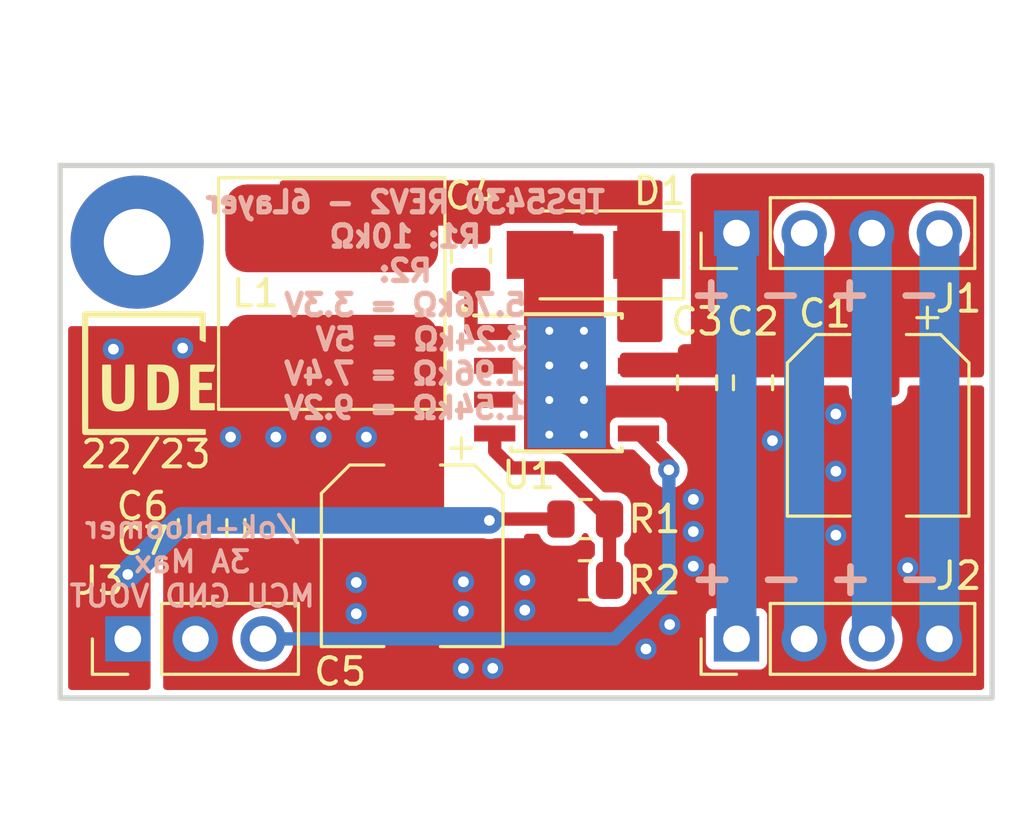
<source format=kicad_pcb>
(kicad_pcb (version 20211014) (generator pcbnew)
  (layers (0 "F.Cu" signal) (1 "In1.Cu" signal) (2 "In2.Cu" signal) (3 "In3.Cu" signal) (4 "In4.Cu" signal) (31 "B.Cu" signal) (34 "B.Paste" user) (35 "F.Paste" user) (36 "B.SilkS" user "B.Silkscreen") (37 "F.SilkS" user "F.Silkscreen") (38 "B.Mask" user) (39 "F.Mask" user) (44 "Edge.Cuts" user))
  (net 0 "")
  (net 1 "/VIN")
  (net 2 "/GND")
  (net 3 "/VOUT")
  (net 6 "/MCU")
  (net 7 "Net-(C4-Pad1)")
  (net 8 "Net-(C4-Pad2)")
  (net 9 "Net-(R1-Pad2)")
  (footprint "Bloomer_Library:PowerInductor-Murata-DEM8045Z-8x8" (layer "F.Cu") (at 91.44 83.215 180)
    (fp_text reference "L1" (at 2.87 0.06 unlocked) (layer "F.SilkS"))
    (fp_text value "15uH")
    (fp_rect (start -4.25 -4.3) (end 4.25 4.4) (layer "F.SilkS") (width 0.12) (fill none))
    (pad "1" smd roundrect (at 0 -2.4 180) (size 8 3.3) (layers "F.Cu" "F.Paste" "F.Mask") (net 3 "/VOUT"))
    (pad "2" smd roundrect (at 0 2.5 180) (size 8 3.3) (layers "F.Cu" "F.Paste" "F.Mask") (net 7 "Net-(C4-Pad1)"))
  )
  (footprint "Bloomer_Library:0805-1206Capacitor" (layer "F.Cu") (at 89.14 91.955 -90)
    (fp_text reference "C6" (at -0.8 4.8 unlocked) (layer "F.SilkS"))
    (fp_text value "100nF")
    (fp_line (start -0.3 -0.86) (end 0.3 -0.86) (layer "F.SilkS") (width 0.12))
    (fp_line (start -0.3 0.96) (end 0.3 0.96) (layer "F.SilkS") (width 0.12))
    (pad "1" smd roundrect (at -1.25 0.05 270) (size 1.7 1.8) (layers "F.Cu" "F.Paste" "F.Mask") (roundrect_rratio 0.1886788235) (net 3 "/VOUT"))
    (pad "2" smd roundrect (at 1.25 0.05 270) (size 1.7 1.8) (layers "F.Cu" "F.Paste" "F.Mask") (roundrect_rratio 0.1886788235) (net 2 "/GND"))
  )
  (footprint "Capacitor_SMD:C_0805_2012Metric" (layer "F.Cu") (at 96.67 81.75 -90)
    (fp_text reference "C4" (at -2.26 0) (layer "F.SilkS"))
    (fp_text value "10nF")
    (fp_line (start -0.261252 0.735) (end 0.261252 0.735) (layer "F.SilkS") (width 0.12))
    (fp_line (start -0.261252 -0.735) (end 0.261252 -0.735) (layer "F.SilkS") (width 0.12))
    (pad "1" smd roundrect (at -0.95 0 270) (size 1 1.45) (layers "F.Cu" "F.Paste" "F.Mask") (net 7 "Net-(C4-Pad1)"))
    (pad "2" smd roundrect (at 0.95 0 270) (size 1 1.45) (layers "F.Cu" "F.Paste" "F.Mask") (net 8 "Net-(C4-Pad2)"))
  )
  (footprint "Connector_PinHeader_2.54mm:PinHeader_1x03_P2.54mm_Vertical" (layer "F.Cu") (at 83.78 96.135 90)
    (fp_text reference "J3" (at 2.18 -1.02 180) (layer "F.SilkS"))
    (fp_text value "Conn_01x03_Male")
    (fp_line (start -1.33 1.27) (end 1.33 1.27) (layer "F.SilkS") (width 0.12))
    (fp_line (start -1.33 -1.33) (end 0 -1.33) (layer "F.SilkS") (width 0.12))
    (fp_line (start -1.33 6.41) (end 1.33 6.41) (layer "F.SilkS") (width 0.12))
    (fp_line (start -1.33 0) (end -1.33 -1.33) (layer "F.SilkS") (width 0.12))
    (fp_line (start -1.33 1.27) (end -1.33 6.41) (layer "F.SilkS") (width 0.12))
    (fp_line (start 1.33 1.27) (end 1.33 6.41) (layer "F.SilkS") (width 0.12))
    (pad "1" thru_hole rect (at 0 0 90) (size 1.7 1.7) (drill 1) (layers *.Cu *.Mask) (net 3 "/VOUT"))
    (pad "2" thru_hole oval (at 0 2.54 90) (size 1.7 1.7) (drill 1) (layers *.Cu *.Mask) (net 2 "/GND"))
    (pad "3" thru_hole oval (at 0 5.08 90) (size 1.7 1.7) (drill 1) (layers *.Cu *.Mask) (net 6 "/MCU"))
  )
  (footprint "Connector_PinHeader_2.54mm:PinHeader_1x04_P2.54mm_Vertical" (layer "F.Cu") (at 106.64 96.135 90)
    (fp_text reference "J2" (at 2.37 8.34 180) (layer "F.SilkS"))
    (fp_text value "Conn_01x04_Male")
    (fp_line (start -1.33 0) (end -1.33 -1.33) (layer "F.SilkS") (width 0.12))
    (fp_line (start -1.33 8.95) (end 1.33 8.95) (layer "F.SilkS") (width 0.12))
    (fp_line (start -1.33 -1.33) (end 0 -1.33) (layer "F.SilkS") (width 0.12))
    (fp_line (start 1.33 1.27) (end 1.33 8.95) (layer "F.SilkS") (width 0.12))
    (fp_line (start -1.33 1.27) (end 1.33 1.27) (layer "F.SilkS") (width 0.12))
    (fp_line (start -1.33 1.27) (end -1.33 8.95) (layer "F.SilkS") (width 0.12))
    (pad "1" thru_hole rect (at 0 0 90) (size 1.7 1.7) (drill 1) (layers *.Cu *.Mask) (net 1 "/VIN"))
    (pad "2" thru_hole oval (at 0 2.54 90) (size 1.7 1.7) (drill 1) (layers *.Cu *.Mask) (net 2 "/GND"))
    (pad "3" thru_hole oval (at 0 5.08 90) (size 1.7 1.7) (drill 1) (layers *.Cu *.Mask) (net 1 "/VIN"))
    (pad "4" thru_hole oval (at 0 7.62 90) (size 1.7 1.7) (drill 1) (layers *.Cu *.Mask) (net 2 "/GND"))
  )
  (footprint "MountingHole:MountingHole_2.5mm_Pad" (layer "F.Cu") (at 84.13 81.235)
    (fp_text reference "H1" hide)
    (fp_text value "MountingHole")
    (pad "1" thru_hole circle (at 0 0) (size 5 5) (drill 2.5) (layers *.Cu *.Mask) (net 2 "/GND"))
  )
  (footprint "Resistor_SMD:R_0805_2012Metric" (layer "F.Cu") (at 100.96 91.635)
    (fp_text reference "R1" (at 2.6 0) (layer "F.SilkS"))
    (fp_text value "10k")
    (fp_line (start -0.227064 0.735) (end 0.227064 0.735) (layer "F.SilkS") (width 0.12))
    (fp_line (start -0.227064 -0.735) (end 0.227064 -0.735) (layer "F.SilkS") (width 0.12))
    (pad "1" smd roundrect (at -0.9125 0) (size 1.025 1.4) (layers "F.Cu" "F.Paste" "F.Mask") (roundrect_rratio 0.243902439) (net 3 "/VOUT"))
    (pad "2" smd roundrect (at 0.9125 0) (size 1.025 1.4) (layers "F.Cu" "F.Paste" "F.Mask") (roundrect_rratio 0.243902439) (net 9 "Net-(R1-Pad2)"))
  )
  (footprint "Bloomer_Library:0805-1206Capacitor" (layer "F.Cu") (at 86.64 91.955 -90)
    (fp_text reference "C7" (at 0.5 2.3 unlocked) (layer "F.SilkS"))
    (fp_text value "100nF")
    (fp_line (start -0.3 -0.86) (end 0.3 -0.86) (layer "F.SilkS") (width 0.12))
    (fp_line (start -0.3 0.96) (end 0.3 0.96) (layer "F.SilkS") (width 0.12))
    (pad "1" smd roundrect (at -1.25 0.05 270) (size 1.7 1.8) (layers "F.Cu" "F.Paste" "F.Mask") (roundrect_rratio 0.1886788235) (net 3 "/VOUT"))
    (pad "2" smd roundrect (at 1.25 0.05 270) (size 1.7 1.8) (layers "F.Cu" "F.Paste" "F.Mask") (roundrect_rratio 0.1886788235) (net 2 "/GND"))
  )
  (footprint "Capacitor_SMD:CP_Elec_6.3x5.9" (layer "F.Cu") (at 94.46 93.015 -90)
    (fp_text reference "C5" (at 4.35 2.7 180) (layer "F.SilkS"))
    (fp_text value "47uF")
    (fp_line (start 3.41 -3.41) (end 3.41 -1.06) (layer "F.SilkS") (width 0.12))
    (fp_line (start -3.41 2.345563) (end -2.345563 3.41) (layer "F.SilkS") (width 0.12))
    (fp_line (start -3.41 2.345563) (end -3.41 1.06) (layer "F.SilkS") (width 0.12))
    (fp_line (start -3.41 -2.345563) (end -3.41 -1.06) (layer "F.SilkS") (width 0.12))
    (fp_line (start -2.345563 -3.41) (end 3.41 -3.41) (layer "F.SilkS") (width 0.12))
    (fp_line (start -4.04375 -2.24125) (end -4.04375 -1.45375) (layer "F.SilkS") (width 0.12))
    (fp_line (start -3.41 -2.345563) (end -2.345563 -3.41) (layer "F.SilkS") (width 0.12))
    (fp_line (start -4.4375 -1.8475) (end -3.65 -1.8475) (layer "F.SilkS") (width 0.12))
    (fp_line (start -2.345563 3.41) (end 3.41 3.41) (layer "F.SilkS") (width 0.12))
    (fp_line (start 3.41 3.41) (end 3.41 1.06) (layer "F.SilkS") (width 0.12))
    (pad "1" smd roundrect (at -2.8 0 270) (size 3.5 1.6) (layers "F.Cu" "F.Paste" "F.Mask") (roundrect_rratio 0.15625) (net 3 "/VOUT"))
    (pad "2" smd roundrect (at 2.8 0 270) (size 3.5 1.6) (layers "F.Cu" "F.Paste" "F.Mask") (roundrect_rratio 0.15625) (net 2 "/GND"))
  )
  (footprint "Capacitor_SMD:C_0805_2012Metric" (layer "F.Cu") (at 105.16 86.515 -90)
    (fp_text reference "C3" (at -2.3 0 180) (layer "F.SilkS"))
    (fp_text value "10nF")
    (fp_line (start -0.261252 0.735) (end 0.261252 0.735) (layer "F.SilkS") (width 0.12))
    (fp_line (start -0.261252 -0.735) (end 0.261252 -0.735) (layer "F.SilkS") (width 0.12))
    (pad "1" smd roundrect (at -0.95 0 270) (size 1 1.45) (layers "F.Cu" "F.Paste" "F.Mask") (net 1 "/VIN"))
    (pad "2" smd roundrect (at 0.95 0 270) (size 1 1.45) (layers "F.Cu" "F.Paste" "F.Mask") (net 2 "/GND"))
  )
  (footprint "Capacitor_SMD:C_0805_2012Metric" (layer "F.Cu") (at 107.26 86.515 -90)
    (fp_text reference "C2" (at -2.3 0) (layer "F.SilkS"))
    (fp_text value "100nF")
    (fp_line (start -0.261252 -0.735) (end 0.261252 -0.735) (layer "F.SilkS") (width 0.12))
    (fp_line (start -0.261252 0.735) (end 0.261252 0.735) (layer "F.SilkS") (width 0.12))
    (pad "1" smd roundrect (at -0.95 0 270) (size 1 1.45) (layers "F.Cu" "F.Paste" "F.Mask") (net 1 "/VIN"))
    (pad "2" smd roundrect (at 0.95 0 270) (size 1 1.45) (layers "F.Cu" "F.Paste" "F.Mask") (net 2 "/GND"))
  )
  (footprint "Connector_PinHeader_2.54mm:PinHeader_1x04_P2.54mm_Vertical" (layer "F.Cu") (at 106.64 80.895 90)
    (fp_text reference "J1" (at -2.46 8.34 180) (layer "F.SilkS"))
    (fp_text value "Conn_01x04_Male")
    (fp_line (start -1.33 1.27) (end -1.33 8.95) (layer "F.SilkS") (width 0.12))
    (fp_line (start -1.33 0) (end -1.33 -1.33) (layer "F.SilkS") (width 0.12))
    (fp_line (start -1.33 8.95) (end 1.33 8.95) (layer "F.SilkS") (width 0.12))
    (fp_line (start 1.33 1.27) (end 1.33 8.95) (layer "F.SilkS") (width 0.12))
    (fp_line (start -1.33 -1.33) (end 0 -1.33) (layer "F.SilkS") (width 0.12))
    (fp_line (start -1.33 1.27) (end 1.33 1.27) (layer "F.SilkS") (width 0.12))
    (pad "1" thru_hole rect (at 0 0 90) (size 1.7 1.7) (drill 1) (layers *.Cu *.Mask) (net 1 "/VIN"))
    (pad "2" thru_hole oval (at 0 2.54 90) (size 1.7 1.7) (drill 1) (layers *.Cu *.Mask) (net 2 "/GND"))
    (pad "3" thru_hole oval (at 0 5.08 90) (size 1.7 1.7) (drill 1) (layers *.Cu *.Mask) (net 1 "/VIN"))
    (pad "4" thru_hole oval (at 0 7.62 90) (size 1.7 1.7) (drill 1) (layers *.Cu *.Mask) (net 2 "/GND"))
  )
  (footprint "LOGO" (layer "F.Cu") (at 84.56 86.155)
    (fp_text reference "G***" hide)
    (fp_text value "LOGO" hide)
    (fp_poly (pts (xy 2.124797 -0.323556) (xy 2.204733 -0.323392) (xy 2.273307 -0.323107) (xy 2.331183 -0.322689) (xy 2.379023 -0.322126) (xy 2.417493 -0.321408) (xy 2.447256 -0.320524) (xy 2.468975 -0.319462) (xy 2.483316 -0.318213) (xy 2.49094 -0.316764) (xy 2.492411 -0.315993) (xy 2.496637 -0.310365) (xy 2.498797 -0.302669) (xy 2.498622 -0.291173) (xy 2.495847 -0.274146) (xy 2.490204 -0.249858) (xy 2.481425 -0.216577) (xy 2.471554 -0.18084) (xy 2.460024 -0.140631) (xy 2.450675 -0.110946) (xy 2.442802 -0.089953) (xy 2.435696 -0.075818) (xy 2.42865 -0.06671) (xy 2.426856 -0.065039) (xy 2.410484 -0.050762) (xy 1.903573 -0.050762) (xy 1.903573 0.361678) (xy 2.133905 0.361678) (xy 2.199005 0.361798) (xy 2.252277 0.362174) (xy 2.294581 0.362835) (xy 2.326777 0.363807) (xy 2.349724 0.365119) (xy 2.364284 0.366798) (xy 2.371315 0.368872) (xy 2.371852 0.369293) (xy 2.37486 0.377151) (xy 2.377072 0.394455) (xy 2.378537 0.422076) (xy 2.37931 0.460883) (xy 2.379466 0.495838) (xy 2.379411 0.537455) (xy 2.379111 0.568218) (xy 2.378366 0.589966) (xy 2.376974 0.604535) (xy 2.374735 0.613763) (xy 2.371446 0.619487) (xy 2.366908 0.623543) (xy 2.365364 0.624646) (xy 2.360103 0.62731) (xy 2.351867 0.629459) (xy 2.339388 0.631146) (xy 2.321398 0.632424) (xy 2.29663 0.633345) (xy 2.263818 0.633963) (xy 2.221694 0.634329) (xy 2.16899 0.634497) (xy 2.127417 0.634524) (xy 1.903573 0.634524) (xy 1.903573 1.123107) (xy 2.188332 1.123107) (xy 2.256361 1.123142) (xy 2.31281 1.123273) (xy 2.35879 1.12354) (xy 2.395412 1.123983) (xy 2.423785 1.124641) (xy 2.44502 1.125553) (xy 2.460228 1.126761) (xy 2.470519 1.128303) (xy 2.477004 1.130219) (xy 2.480794 1.132549) (xy 2.481799 1.1336) (xy 2.485106 1.140705) (xy 2.487522 1.153916) (xy 2.489154 1.174766) (xy 2.490108 1.204788) (xy 2.490489 1.245516) (xy 2.490508 1.25953) (xy 2.490272 1.303645) (xy 2.489495 1.33661) (xy 2.488071 1.359959) (xy 2.485892 1.375224) (xy 2.482855 1.38394) (xy 2.481799 1.38546) (xy 2.479296 1.387493) (xy 2.47482 1.389248) (xy 2.46749 1.390744) (xy 2.456428 1.392002) (xy 2.440752 1.393042) (xy 2.419585 1.393885) (xy 2.392045 1.39455) (xy 2.357254 1.395058) (xy 2.314332 1.395429) (xy 2.262399 1.395684) (xy 2.200575 1.395842) (xy 2.127981 1.395925) (xy 2.043738 1.395952) (xy 2.026981 1.395953) (xy 1.940172 1.39593) (xy 1.865181 1.395847) (xy 1.801134 1.395687) (xy 1.747158 1.395429) (xy 1.70238 1.395054) (xy 1.665928 1.394544) (xy 1.636927 1.39388) (xy 1.614506 1.393042) (xy 1.597791 1.392011) (xy 1.585909 1.390768) (xy 1.577986 1.389294) (xy 1.573151 1.387571) (xy 1.570901 1.385982) (xy 1.569463 1.383636) (xy 1.568169 1.379201) (xy 1.567011 1.372046) (xy 1.565982 1.361539) (xy 1.565073 1.347049) (xy 1.564279 1.327944) (xy 1.563591 1.303592) (xy 1.563002 1.273362) (xy 1.562505 1.236623) (xy 1.562092 1.192743) (xy 1.561756 1.14109) (xy 1.561489 1.081034) (xy 1.561284 1.011942) (xy 1.561134 0.933183) (xy 1.561031 0.844125) (xy 1.560967 0.744138) (xy 1.560936 0.632588) (xy 1.56093 0.536173) (xy 1.560941 0.415072) (xy 1.560978 0.306031) (xy 1.561049 0.208417) (xy 1.561162 0.121599) (xy 1.561323 0.044945) (xy 1.56154 -0.022175) (xy 1.561821 -0.080394) (xy 1.562173 -0.130344) (xy 1.562603 -0.172655) (xy 1.563119 -0.207959) (xy 1.563729 -0.236888) (xy 1.564439 -0.260072) (xy 1.565256 -0.278145) (xy 1.56619 -0.291737) (xy 1.567246 -0.301479) (xy 1.568432 -0.308004) (xy 1.569756 -0.311942) (xy 1.570901 -0.313636) (xy 1.573864 -0.315564) (xy 1.579201 -0.31723) (xy 1.587779 -0.318653) (xy 1.600465 -0.31985) (xy 1.618126 -0.320842) (xy 1.641631 -0.321646) (xy 1.671845 -0.322282) (xy 1.709636 -0.322769) (xy 1.755871 -0.323124) (xy 1.811418 -0.323366) (xy 1.877143 -0.323515) (xy 1.953914 -0.323589) (xy 2.032834 -0.323608)) (layer "F.SilkS") (width 0) (fill solid))
    (fp_poly (pts (xy 0.310891 -0.323432) (xy 0.37151 -0.322927) (xy 0.427866 -0.322129) (xy 0.4783 -0.321074) (xy 0.521152 -0.319795) (xy 0.554764 -0.318329) (xy 0.577476 -0.316711) (xy 0.578755 -0.316577) (xy 0.668613 -0.302779) (xy 0.749526 -0.281474) (xy 0.821808 -0.252287) (xy 0.885775 -0.214845) (xy 0.941743 -0.168775) (xy 0.990028 -0.113703) (xy 1.030946 -0.049255) (xy 1.064811 0.024943) (xy 1.091941 0.109264) (xy 1.11265 0.204082) (xy 1.127254 0.30977) (xy 1.129779 0.335609) (xy 1.132527 0.377085) (xy 1.134215 0.427153) (xy 1.134895 0.483213) (xy 1.134622 0.54266) (xy 1.13345 0.602892) (xy 1.131433 0.661307) (xy 1.128624 0.715301) (xy 1.125078 0.762272) (xy 1.120849 0.799617) (xy 1.120058 0.804868) (xy 1.100258 0.906152) (xy 1.074411 0.996572) (xy 1.042243 1.076565) (xy 1.003482 1.146566) (xy 0.957853 1.207014) (xy 0.905084 1.258344) (xy 0.844901 1.300993) (xy 0.792142 1.328739) (xy 0.754251 1.344844) (xy 0.716755 1.357849) (xy 0.675408 1.369043) (xy 0.625963 1.37972) (xy 0.621834 1.380531) (xy 0.606278 1.383162) (xy 0.587906 1.385399) (xy 0.565487 1.38729) (xy 0.53779 1.388884) (xy 0.503584 1.390228) (xy 0.461637 1.391371) (xy 0.410717 1.392361) (xy 0.349595 1.393246) (xy 0.277037 1.394074) (xy 0.275465 1.39409) (xy 0.206524 1.394771) (xy 0.149166 1.395245) (xy 0.102284 1.395482) (xy 0.064771 1.395456) (xy 0.035522 1.395139) (xy 0.013429 1.394504) (xy -0.002614 1.393524) (xy -0.013713 1.39217) (xy -0.020975 1.390415) (xy -0.025506 1.388232) (xy -0.02752 1.386562) (xy -0.029036 1.384356) (xy -0.030401 1.380503) (xy -0.031622 1.374366) (xy -0.032708 1.365305) (xy -0.033665 1.352683) (xy -0.034502 1.335861) (xy -0.035227 1.314201) (xy -0.035848 1.287065) (xy -0.036373 1.253814) (xy -0.03681 1.21381) (xy -0.037165 1.166416) (xy -0.037449 1.110992) (xy -0.037668 1.046901) (xy -0.03783 0.973505) (xy -0.037943 0.890164) (xy -0.038016 0.796241) (xy -0.038056 0.691098) (xy -0.03807 0.574096) (xy -0.038071 0.536173) (xy -0.03806 0.415072) (xy -0.038023 0.306031) (xy -0.037952 0.208417) (xy -0.037839 0.121599) (xy -0.037678 0.044945) (xy -0.037461 -0.022175) (xy -0.037315 -0.052461) (xy 0.304572 -0.052461) (xy 0.304572 1.124951) (xy 0.398164 1.121289) (xy 0.436257 1.119198) (xy 0.472457 1.116125) (xy 0.503348 1.112425) (xy 0.525512 1.108453) (xy 0.528012 1.107818) (xy 0.580054 1.089577) (xy 0.624841 1.064554) (xy 0.662879 1.031976) (xy 0.694673 0.991065) (xy 0.72073 0.941046) (xy 0.741554 0.881144) (xy 0.757651 0.810583) (xy 0.768288 0.73922) (xy 0.771056 0.707797) (xy 0.773172 0.666782) (xy 0.774636 0.618809) (xy 0.775447 0.566514) (xy 0.775605 0.51253) (xy 0.775109 0.459491) (xy 0.773958 0.410032) (xy 0.772153 0.366785) (xy 0.769693 0.332386) (xy 0.768364 0.320434) (xy 0.755476 0.242334) (xy 0.738555 0.175604) (xy 0.717309 0.119489) (xy 0.691447 0.073235) (xy 0.660677 0.036084) (xy 0.657288 0.032812) (xy 0.628107 0.007911) (xy 0.598091 -0.011479) (xy 0.565064 -0.026053) (xy 0.526853 -0.036503) (xy 0.481282 -0.043526) (xy 0.426177 -0.047814) (xy 0.401337 -0.048906) (xy 0.304572 -0.052461) (xy -0.037315 -0.052461) (xy -0.03718 -0.080394) (xy -0.036828 -0.130344) (xy -0.036397 -0.172655) (xy -0.035881 -0.207959) (xy -0.035272 -0.236888) (xy -0.034562 -0.260072) (xy -0.033744 -0.278145) (xy -0.032811 -0.291737) (xy -0.031755 -0.301479) (xy -0.030569 -0.308004) (xy -0.029245 -0.311942) (xy -0.0281 -0.313636) (xy -0.024407 -0.316107) (xy -0.017974 -0.31814) (xy -0.007658 -0.319776) (xy 0.007685 -0.321058) (xy 0.029195 -0.322026) (xy 0.058017 -0.322721) (xy 0.095293 -0.323185) (xy 0.142164 -0.32346) (xy 0.199775 -0.323586) (xy 0.247669 -0.323608)) (layer "F.SilkS") (width 0) (fill solid))
    (fp_poly (pts (xy 0.026493 -2.322357) (xy 0.214527 -2.322351) (xy 0.390656 -2.322339) (xy 0.555275 -2.322319) (xy 0.708778 -2.322288) (xy 0.851556 -2.322245) (xy 0.984005 -2.322187) (xy 1.106516 -2.322112) (xy 1.219484 -2.322019) (xy 1.323302 -2.321905) (xy 1.418364 -2.321769) (xy 1.505062 -2.321608) (xy 1.58379 -2.32142) (xy 1.654941 -2.321203) (xy 1.718909 -2.320955) (xy 1.776088 -2.320674) (xy 1.826869 -2.320358) (xy 1.871648 -2.320006) (xy 1.910817 -2.319614) (xy 1.94477 -2.319181) (xy 1.9739 -2.318704) (xy 1.9986 -2.318183) (xy 2.019264 -2.317614) (xy 2.036285 -2.316996) (xy 2.050057 -2.316327) (xy 2.060973 -2.315604) (xy 2.069425 -2.314825) (xy 2.075809 -2.313989) (xy 2.080517 -2.313094) (xy 2.083942 -2.312137) (xy 2.086478 -2.311116) (xy 2.087525 -2.310586) (xy 2.105498 -2.297979) (xy 2.123759 -2.280769) (xy 2.12867 -2.275101) (xy 2.147865 -2.251387) (xy 2.149555 -1.706124) (xy 2.149836 -1.609657) (xy 2.150035 -1.525105) (xy 2.15014 -1.45169) (xy 2.15014 -1.388638) (xy 2.150024 -1.335172) (xy 2.149779 -1.290515) (xy 2.149396 -1.253893) (xy 2.148861 -1.224528) (xy 2.148164 -1.201645) (xy 2.147294 -1.184468) (xy 2.146238 -1.17222) (xy 2.144986 -1.164126) (xy 2.143525 -1.159409) (xy 2.141846 -1.157294) (xy 2.141464 -1.157107) (xy 2.13143 -1.157748) (xy 2.112324 -1.162609) (xy 2.086661 -1.170738) (xy 2.056955 -1.181182) (xy 2.025721 -1.192988) (xy 1.995475 -1.205202) (xy 1.968732 -1.216872) (xy 1.948006 -1.227044) (xy 1.935814 -1.234765) (xy 1.935299 -1.235232) (xy 1.919436 -1.250296) (xy 1.917718 -1.672113) (xy 1.915999 -2.09393) (xy -2.265251 -2.09393) (xy -2.265251 2.093929) (xy -0.069797 2.093929) (xy 0.128358 2.09393) (xy 0.31422 2.093933) (xy 0.488183 2.093941) (xy 0.650644 2.093956) (xy 0.802 2.09398) (xy 0.942646 2.094016) (xy 1.072978 2.094066) (xy 1.193393 2.094133) (xy 1.304287 2.094217) (xy 1.406056 2.094323) (xy 1.499097 2.094452) (xy 1.583805 2.094606) (xy 1.660576 2.094787) (xy 1.729808 2.094998) (xy 1.791895 2.095242) (xy 1.847234 2.09552) (xy 1.896222 2.095835) (xy 1.939254 2.096189) (xy 1.976727 2.096584) (xy 2.009037 2.097022) (xy 2.03658 2.097506) (xy 2.059752 2.098039) (xy 2.078949 2.098622) (xy 2.094568 2.099257) (xy 2.107005 2.099948) (xy 2.116655 2.100695) (xy 2.123916 2.101502) (xy 2.129183 2.102371) (xy 2.132852 2.103304) (xy 2.13532 2.104303) (xy 2.136983 2.105371) (xy 2.138237 2.10651) (xy 2.138347 2.10662) (xy 2.143374 2.112707) (xy 2.146874 2.120685) (xy 2.14912 2.13277) (xy 2.150381 2.151179) (xy 2.150929 2.178127) (xy 2.151037 2.210333) (xy 2.150911 2.24634) (xy 2.15034 2.271863) (xy 2.14904 2.289109) (xy 2.146724 2.300284) (xy 2.143107 2.307592) (xy 2.137903 2.313241) (xy 2.137681 2.313443) (xy 2.136288 2.31452) (xy 2.134303 2.315531) (xy 2.131335 2.316479) (xy 2.126994 2.317366) (xy 2.120889 2.318194) (xy 2.112629 2.318965) (xy 2.101825 2.319682) (xy 2.088084 2.320347) (xy 2.071017 2.320961) (xy 2.050233 2.321529) (xy 2.025341 2.32205) (xy 1.995951 2.322529) (xy 1.961672 2.322966) (xy 1.922114 2.323365) (xy 1.876886 2.323727) (xy 1.825596 2.324055) (xy 1.767856 2.324352) (xy 1.703273 2.324618) (xy 1.631458 2.324857) (xy 1.55202 2.325071) (xy 1.464568 2.325261) (xy 1.368711 2.325431) (xy 1.26406 2.325583) (xy 1.150222 2.325718) (xy 1.026809 2.325839) (xy 0.893428 2.325949) (xy 0.74969 2.326048) (xy 0.595204 2.326141) (xy 0.429579 2.326229) (xy 0.252425 2.326313) (xy 0.063351 2.326397) (xy -0.132329 2.326481) (xy -0.301002 2.326538) (xy -0.466508 2.326568) (xy -0.628392 2.32657) (xy -0.786199 2.326546) (xy -0.939471 2.326496) (xy -1.087754 2.326422) (xy -1.230591 2.326323) (xy -1.367526 2.326201) (xy -1.498104 2.326057) (xy -1.621868 2.325891) (xy -1.738362 2.325705) (xy -1.847131 2.325498) (xy -1.947719 2.325272) (xy -2.039669 2.325027) (xy -2.122526 2.324765) (xy -2.195833 2.324486) (xy -2.259136 2.324191) (xy -2.311977 2.32388) (xy -2.353901 2.323555) (xy -2.384452 2.323216) (xy -2.403175 2.322864) (xy -2.409518 2.322541) (xy -2.435815 2.311394) (xy -2.461656 2.292426) (xy -2.481918 2.269614) (xy -2.485754 2.263336) (xy -2.486748 2.261078) (xy -2.48768 2.257787) (xy -2.488553 2.253072) (xy -2.489369 2.246542) (xy -2.49013 2.237805) (xy -2.490838 2.22647) (xy -2.491495 2.212144) (xy -2.492102 2.194438) (xy -2.492661 2.172958) (xy -2.493176 2.147314) (xy -2.493646 2.117114) (xy -2.494075 2.081966) (xy -2.494464 2.041479) (xy -2.494815 1.995262) (xy -2.49513 1.942922) (xy -2.495411 1.884069) (xy -2.495661 1.818311) (xy -2.495879 1.745256) (xy -2.49607 1.664513) (xy -2.496234 1.57569) (xy -2.496374 1.478396) (xy -2.496492 1.372239) (xy -2.496588 1.256828) (xy -2.496666 1.131771) (xy -2.496728 0.996676) (xy -2.496774 0.851153) (xy -2.496808 0.69481) (xy -2.496831 0.527254) (xy -2.496844 0.348095) (xy -2.496851 0.156941) (xy -2.496852 0) (xy -2.496852 -2.243043) (xy -2.482023 -2.266894) (xy -2.466931 -2.285158) (xy -2.447025 -2.302133) (xy -2.440221 -2.306552) (xy -2.413249 -2.322358) (xy -0.173837 -2.322358)) (layer "F.SilkS") (width 0) (fill solid))
    (fp_poly (pts (xy -0.648395 -0.323398) (xy -0.606907 -0.32274) (xy -0.576252 -0.32159) (xy -0.555503 -0.319903) (xy -0.543736 -0.317637) (xy -0.540614 -0.315993) (xy -0.539376 -0.308534) (xy -0.538239 -0.289425) (xy -0.537204 -0.259709) (xy -0.536271 -0.220426) (xy -0.53544 -0.172617) (xy -0.534713 -0.117324) (xy -0.534091 -0.055588) (xy -0.533573 0.011551) (xy -0.533161 0.083051) (xy -0.532855 0.157871) (xy -0.532656 0.23497) (xy -0.532565 0.313307) (xy -0.532583 0.39184) (xy -0.532709 0.469529) (xy -0.532945 0.545332) (xy -0.533292 0.618209) (xy -0.53375 0.687118) (xy -0.534319 0.751018) (xy -0.535001 0.808868) (xy -0.535797 0.859627) (xy -0.536706 0.902254) (xy -0.53773 0.935707) (xy -0.538869 0.958946) (xy -0.539762 0.968776) (xy -0.556231 1.056732) (xy -0.580475 1.134761) (xy -0.612776 1.203177) (xy -0.653413 1.262293) (xy -0.702667 1.312423) (xy -0.760818 1.35388) (xy -0.828145 1.386978) (xy -0.904931 1.41203) (xy -0.944052 1.421051) (xy -0.986922 1.427869) (xy -1.038432 1.433042) (xy -1.094618 1.436413) (xy -1.151518 1.43782) (xy -1.205168 1.437106) (xy -1.251604 1.43411) (xy -1.256357 1.433606) (xy -1.345787 1.41882) (xy -1.42593 1.395396) (xy -1.496828 1.363299) (xy -1.55852 1.322494) (xy -1.611048 1.272948) (xy -1.654454 1.214627) (xy -1.688777 1.147497) (xy -1.71406 1.071522) (xy -1.7198 1.047404) (xy -1.723918 1.027486) (xy -1.727564 1.007135) (xy -1.730767 0.985494) (xy -1.733555 0.961706) (xy -1.735956 0.934915) (xy -1.737997 0.904263) (xy -1.739707 0.868893) (xy -1.741113 0.82795) (xy -1.742243 0.780575) (xy -1.743125 0.725912) (xy -1.743787 0.663104) (xy -1.744257 0.591294) (xy -1.744562 0.509626) (xy -1.744732 0.417242) (xy -1.744792 0.313286) (xy -1.744793 0.27919) (xy -1.74475 0.17667) (xy -1.744629 0.086175) (xy -1.744422 0.007042) (xy -1.74412 -0.061395) (xy -1.743712 -0.119799) (xy -1.74319 -0.168836) (xy -1.742545 -0.20917) (xy -1.741768 -0.241466) (xy -1.740849 -0.266388) (xy -1.739779 -0.2846) (xy -1.73855 -0.296767) (xy -1.737151 -0.303554) (xy -1.736732 -0.304572) (xy -1.728711 -0.320435) (xy -1.575587 -0.322133) (xy -1.526735 -0.322582) (xy -1.489022 -0.322658) (xy -1.460901 -0.322282) (xy -1.440824 -0.321374) (xy -1.427243 -0.319854) (xy -1.41861 -0.317643) (xy -1.413378 -0.314662) (xy -1.41238 -0.313748) (xy -1.410668 -0.31111) (xy -1.409158 -0.306329) (xy -1.407838 -0.298648) (xy -1.406694 -0.287313) (xy -1.405714 -0.271569) (xy -1.404885 -0.250659) (xy -1.404195 -0.22383) (xy -1.403629 -0.190326) (xy -1.403176 -0.149391) (xy -1.402823 -0.10027) (xy -1.402556 -0.042208) (xy -1.402364 0.02555) (xy -1.402232 0.103759) (xy -1.402149 0.193176) (xy -1.402102 0.290748) (xy -1.402004 0.386215) (xy -1.401779 0.476692) (xy -1.401437 0.56138) (xy -1.400983 0.639482) (xy -1.400427 0.710198) (xy -1.399776 0.772731) (xy -1.399038 0.826283) (xy -1.398222 0.870056) (xy -1.397334 0.903251) (xy -1.396383 0.92507) (xy -1.395738 0.93275) (xy -1.385289 0.991139) (xy -1.370124 1.038817) (xy -1.349559 1.077108) (xy -1.322912 1.107333) (xy -1.295168 1.127552) (xy -1.260286 1.144586) (xy -1.221429 1.155705) (xy -1.175793 1.161502) (xy -1.129452 1.162688) (xy -1.068518 1.158174) (xy -1.016862 1.145369) (xy -0.973752 1.123775) (xy -0.938451 1.092896) (xy -0.910227 1.052237) (xy -0.888345 1.001302) (xy -0.887701 0.999375) (xy -0.886256 0.992666) (xy -0.884944 0.981251) (xy -0.883754 0.964474) (xy -0.882674 0.94168) (xy -0.881693 0.912216) (xy -0.880799 0.875427) (xy -0.879981 0.830656) (xy -0.879226 0.777251) (xy -0.878523 0.714557) (xy -0.87786 0.641917) (xy -0.877226 0.558679) (xy -0.876609 0.464186) (xy -0.875998 0.357786) (xy -0.875879 0.335682) (xy -0.875284 0.228949) (xy -0.8747 0.134226) (xy -0.874111 0.050834) (xy -0.873507 -0.021907) (xy -0.872874 -0.084677) (xy -0.8722 -0.138156) (xy -0.871472 -0.183023) (xy -0.870677 -0.219958) (xy -0.869803 -0.249642) (xy -0.868836 -0.272754) (xy -0.867765 -0.289974) (xy -0.866575 -0.301981) (xy -0.865256 -0.309456) (xy -0.863794 -0.313079) (xy -0.863762 -0.313119) (xy -0.859742 -0.316444) (xy -0.852876 -0.318994) (xy -0.841624 -0.320868) (xy -0.824443 -0.322165) (xy -0.799793 -0.322986) (xy -0.766132 -0.32343) (xy -0.721919 -0.323596) (xy -0.701641 -0.323608)) (layer "F.SilkS") (width 0) (fill solid))
  )
  (footprint "Resistor_SMD:R_0805_2012Metric" (layer "F.Cu") (at 100.96 93.935 180)
    (fp_text reference "R2" (at -2.6 0) (layer "F.SilkS"))
    (fp_text value "R_Small")
    (fp_line (start -0.227064 -0.735) (end 0.227064 -0.735) (layer "F.SilkS") (width 0.12))
    (fp_line (start -0.227064 0.735) (end 0.227064 0.735) (layer "F.SilkS") (width 0.12))
    (pad "1" smd roundrect (at -0.9125 0 180) (size 1.025 1.4) (layers "F.Cu" "F.Paste" "F.Mask") (roundrect_rratio 0.243902439) (net 9 "Net-(R1-Pad2)"))
    (pad "2" smd roundrect (at 0.9125 0 180) (size 1.025 1.4) (layers "F.Cu" "F.Paste" "F.Mask") (roundrect_rratio 0.243902439) (net 2 "/GND"))
  )
  (footprint "Capacitor_SMD:CP_Elec_6.3x5.9" (layer "F.Cu") (at 111.96 88.115 -90)
    (fp_text reference "C1" (at -4.2 2 180) (layer "F.SilkS"))
    (fp_text value "47uF")
    (fp_line (start -4.4375 -1.8475) (end -3.65 -1.8475) (layer "F.SilkS") (width 0.12))
    (fp_line (start -3.41 -2.345563) (end -3.41 -1.06) (layer "F.SilkS") (width 0.12))
    (fp_line (start -3.41 -2.345563) (end -2.345563 -3.41) (layer "F.SilkS") (width 0.12))
    (fp_line (start 3.41 3.41) (end 3.41 1.06) (layer "F.SilkS") (width 0.12))
    (fp_line (start -2.345563 -3.41) (end 3.41 -3.41) (layer "F.SilkS") (width 0.12))
    (fp_line (start -3.41 2.345563) (end -3.41 1.06) (layer "F.SilkS") (width 0.12))
    (fp_line (start 3.41 -3.41) (end 3.41 -1.06) (layer "F.SilkS") (width 0.12))
    (fp_line (start -2.345563 3.41) (end 3.41 3.41) (layer "F.SilkS") (width 0.12))
    (fp_line (start -3.41 2.345563) (end -2.345563 3.41) (layer "F.SilkS") (width 0.12))
    (fp_line (start -4.04375 -2.24125) (end -4.04375 -1.45375) (layer "F.SilkS") (width 0.12))
    (pad "1" smd roundrect (at -2.8 0 270) (size 3.5 1.6) (layers "F.Cu" "F.Paste" "F.Mask") (roundrect_rratio 0.15625) (net 1 "/VIN"))
    (pad "2" smd roundrect (at 2.8 0 270) (size 3.5 1.6) (layers "F.Cu" "F.Paste" "F.Mask") (roundrect_rratio 0.15625) (net 2 "/GND"))
  )
  (footprint "Diode_SMD:D_SMA" (layer "F.Cu") (at 101.26 81.715 180)
    (fp_text reference "D1" (at -2.5 2.4) (layer "F.SilkS"))
    (fp_text value "B340")
    (fp_line (start -3.4 1.65) (end 2 1.65) (layer "F.SilkS") (width 0.12))
    (fp_line (start -3.4 -1.65) (end -3.4 1.65) (layer "F.SilkS") (width 0.12))
    (fp_line (start -3.4 -1.65) (end 2 -1.65) (layer "F.SilkS") (width 0.12))
    (pad "1" smd rect (at -2 0 180) (size 2.5 1.8) (layers "F.Cu" "F.Paste" "F.Mask") (net 7 "Net-(C4-Pad1)"))
    (pad "2" smd rect (at 2 0 180) (size 2.5 1.8) (layers "F.Cu" "F.Paste" "F.Mask") (net 2 "/GND"))
  )
  (footprint "Package_SO:Texas_HSOP-8-1EP_3.9x4.9mm_P1.27mm_ThermalVias" (layer "F.Cu") (at 100.26 86.515)
    (fp_text reference "U1" (at -1.42 3.47) (layer "F.SilkS"))
    (fp_text value "TPS5430")
    (fp_line (start -2.075 2.575) (end -2.075 2.43) (layer "F.SilkS") (width 0.15))
    (fp_line (start -2.075 -2.575) (end -2.075 -2.525) (layer "F.SilkS") (width 0.15))
    (fp_line (start -2.075 -2.525) (end -3.475 -2.525) (layer "F.SilkS") (width 0.15))
    (fp_line (start 2.075 2.575) (end 2.075 2.43) (layer "F.SilkS") (width 0.15))
    (fp_line (start -2.075 2.575) (end 2.075 2.575) (layer "F.SilkS") (width 0.15))
    (fp_line (start -2.075 -2.575) (end 2.075 -2.575) (layer "F.SilkS") (width 0.15))
    (fp_line (start 2.075 -2.575) (end 2.075 -2.43) (layer "F.SilkS") (width 0.15))
    (pad "1" smd rect (at -2.7 -1.905) (size 1.55 0.6) (layers "F.Cu" "F.Paste" "F.Mask") (net 8 "Net-(C4-Pad2)"))
    (pad "2" smd rect (at -2.7 -0.635) (size 1.55 0.6) (layers "F.Cu" "F.Paste" "F.Mask"))
    (pad "3" smd rect (at -2.7 0.635) (size 1.55 0.6) (layers "F.Cu" "F.Paste" "F.Mask"))
    (pad "4" smd rect (at -2.7 1.905) (size 1.55 0.6) (layers "F.Cu" "F.Paste" "F.Mask") (net 9 "Net-(R1-Pad2)"))
    (pad "5" smd rect (at 2.7 1.905) (size 1.55 0.6) (layers "F.Cu" "F.Paste" "F.Mask") (net 6 "/MCU"))
    (pad "6" smd rect (at 2.7 0.635) (size 1.55 0.6) (layers "F.Cu" "F.Paste" "F.Mask") (net 2 "/GND"))
    (pad "7" smd rect (at 2.7 -0.635) (size 1.55 0.6) (layers "F.Cu" "F.Paste" "F.Mask") (net 1 "/VIN"))
    (pad "8" smd rect (at 2.7 -1.905) (size 1.55 0.6) (layers "F.Cu" "F.Paste" "F.Mask") (net 7 "Net-(C4-Pad1)"))
    (pad "9" smd rect (at 0 0) (size 2.95 4.9) (layers "B.Cu") (net 2 "/GND"))
    (pad "9" thru_hole circle (at -0.65 -1.95) (size 0.6 0.6) (drill 0.3) (layers *.Cu) (net 2 "/GND"))
    (pad "9" thru_hole circle (at -0.65 1.95) (size 0.6 0.6) (drill 0.3) (layers *.Cu) (net 2 "/GND"))
    (pad "9" thru_hole circle (at -0.65 -0.65) (size 0.6 0.6) (drill 0.3) (layers *.Cu) (net 2 "/GND"))
    (pad "9" thru_hole circle (at 0.65 1.95) (size 0.6 0.6) (drill 0.3) (layers *.Cu) (net 2 "/GND"))
    (pad "9" thru_hole circle (at 0.65 0.65) (size 0.6 0.6) (drill 0.3) (layers *.Cu) (net 2 "/GND"))
    (pad "9" smd rect (at 0 0) (size 2.95 4.9) (layers "F.Cu") (net 2 "/GND"))
    (pad "9" thru_hole circle (at -0.65 0.65) (size 0.6 0.6) (drill 0.3) (layers *.Cu) (net 2 "/GND"))
    (pad "9" thru_hole circle (at 0.65 -1.95) (size 0.6 0.6) (drill 0.3) (layers *.Cu) (net 2 "/GND"))
    (pad "9" thru_hole circle (at 0.65 -0.65) (size 0.6 0.6) (drill 0.3) (layers *.Cu) (net 2 "/GND"))
  )
  (gr_circle (center 96.43 83.825) (end 96.53 83.825) (layer "F.SilkS") (width 0.15) (fill solid))
  (gr_rect (start 81.24 78.355) (end 116.24 98.355) (layer "Edge.Cuts") (width 0.2) (fill none))
  (gr_text "/ok-bloomer\n3A Max\nMCU GND VOUT" (at 86.2 93.24) (layer "B.SilkS") (effects (font (size 0.8 0.8)) (justify mirror)))
  (gr_text "- + - +	" (at 109.25 83.15) (layer "B.SilkS") (effects (font (size 1.3 1.3) (thickness 0.25)) (justify mirror)))
  (gr_text "- + - +	" (at 109.28 93.82) (layer "B.SilkS") (effects (font (size 1.3 1.3) (thickness 0.25)) (justify mirror)))
  (gr_text "TPS5430 REV2 - 6Layer\nR1: 10kΩ\nR2:\n5.76kΩ = 3.3V\n3.24kΩ = 5V  \n1.96kΩ = 7.4V\n1.54kΩ = 9.2V" (at 94.2 83.6) (layer "B.SilkS") (effects (font (size 0.8 0.8) (thickness 0.2)) (justify mirror)))
  (gr_text "22/23" (at 84.46 89.2) (layer "F.SilkS") (effects (font (size 1 1))))
  (segment (start 111.72 80.895) (end 111.72 96.135) (width 1.5) (layer "B.Cu") (net 1))
  (segment (start 106.64 80.895) (end 106.64 96.135) (width 1.5) (layer "B.Cu") (net 1))
  (via (at 96.385 93.99) (size 0.8) (drill 0.4) (layers "F.Cu" "B.Cu") (net 2))
  (via (at 110.3705 89.84) (size 0.8) (drill 0.4) (layers "F.Cu" "B.Cu") (net 2))
  (via (at 105.02 93.405) (size 0.8) (drill 0.4) (layers "F.Cu" "B.Cu") (net 2))
  (via (at 98.69 95.055) (size 0.8) (drill 0.4) (layers "F.Cu" "B.Cu") (net 2))
  (via (at 110.3705 87.69) (size 0.8) (drill 0.4) (layers "F.Cu" "B.Cu") (net 2))
  (via (at 105.02 90.895) (size 0.8) (drill 0.4) (layers "F.Cu" "B.Cu") (net 2))
  (via (at 113.0695 93.465) (size 0.8) (drill 0.4) (layers "F.Cu" "B.Cu") (net 2))
  (via (at 103.24 96.515) (size 0.8) (drill 0.4) (layers "F.Cu" "B.Cu") (net 2))
  (via (at 97.485 97.24) (size 0.8) (drill 0.4) (layers "F.Cu" "B.Cu") (net 2))
  (via (at 96.385 97.24) (size 0.8) (drill 0.4) (layers "F.Cu" "B.Cu") (net 2))
  (via (at 107.9895 88.69) (size 0.8) (drill 0.4) (layers "F.Cu" "B.Cu") (net 2))
  (via (at 98.69 93.935) (size 0.8) (drill 0.4) (layers "F.Cu" "B.Cu") (net 2))
  (via (at 104.13 95.595) (size 0.8) (drill 0.4) (layers "F.Cu" "B.Cu") (net 2))
  (via (at 105.02 92.105) (size 0.8) (drill 0.4) (layers "F.Cu" "B.Cu") (net 2))
  (via (at 92.36 94.015) (size 0.8) (drill 0.4) (layers "F.Cu" "B.Cu") (net 2))
  (via (at 110.3705 92.24) (size 0.8) (drill 0.4) (layers "F.Cu" "B.Cu") (net 2))
  (via (at 96.385 95.09) (size 0.8) (drill 0.4) (layers "F.Cu" "B.Cu") (net 2))
  (via (at 92.36 95.19) (size 0.8) (drill 0.4) (layers "F.Cu" "B.Cu") (net 2))
  (segment (start 114.26 80.895) (end 114.26 96.135) (width 1.5) (layer "B.Cu") (net 2))
  (segment (start 109.18 80.895) (end 109.18 96.135) (width 1.5) (layer "B.Cu") (net 2))
  (segment (start 83.78 96.135) (end 83.78 93.715) (width 1.5) (layer "F.Cu") (net 3))
  (segment (start 88.45 88.915) (end 91.51 85.855) (width 1.5) (layer "F.Cu") (net 3))
  (segment (start 97.36 91.685) (end 97.41 91.635) (width 0.5) (layer "F.Cu") (net 3))
  (segment (start 97.41 91.635) (end 100.0475 91.635) (width 0.5) (layer "F.Cu") (net 3))
  (segment (start 84.86 88.915) (end 88.45 88.915) (width 1.5) (layer "F.Cu") (net 3))
  (segment (start 83.78 89.995) (end 84.86 88.915) (width 1.5) (layer "F.Cu") (net 3))
  (segment (start 83.78 93.715) (end 83.78 89.995) (width 1.5) (layer "F.Cu") (net 3))
  (via (at 87.64 88.555) (size 0.8) (drill 0.4) (layers "F.Cu" "B.Cu") (net 3))
  (via (at 92.74 88.555) (size 0.8) (drill 0.4) (layers "F.Cu" "B.Cu") (net 3))
  (via (at 91.04 88.555) (size 0.8) (drill 0.4) (layers "F.Cu" "B.Cu") (net 3))
  (via (at 89.34 88.555) (size 0.8) (drill 0.4) (layers "F.Cu" "B.Cu") (net 3))
  (via (at 85.84 85.215) (size 0.8) (drill 0.4) (layers "F.Cu" "B.Cu") (net 3))
  (via (at 83.24 85.255) (size 0.8) (drill 0.4) (layers "F.Cu" "B.Cu") (net 3))
  (via (at 83.78 93.715) (size 0.8) (drill 0.4) (layers "F.Cu" "B.Cu") (net 3))
  (via (at 97.36 91.685) (size 0.8) (drill 0.4) (layers "F.Cu" "B.Cu") (net 3))
  (segment (start 97.36 91.685) (end 85.81 91.685) (width 1) (layer "B.Cu") (net 3))
  (segment (start 85.81 91.685) (end 83.78 93.715) (width 1) (layer "B.Cu") (net 3))
  (segment (start 104.1 89.785) (end 104.1 89.56) (width 0.3) (layer "F.Cu") (net 6))
  (segment (start 104.1 89.56) (end 102.96 88.42) (width 0.5) (layer "F.Cu") (net 6))
  (via (at 104.1 89.785) (size 0.8) (drill 0.4) (layers "F.Cu" "B.Cu") (net 6))
  (segment (start 104.1 94.103) (end 104.1 89.785) (width 0.5) (layer "B.Cu") (net 6))
  (segment (start 102.068 96.135) (end 88.86 96.135) (width 0.5) (layer "B.Cu") (net 6))
  (segment (start 104.1 94.103) (end 102.068 96.135) (width 0.5) (layer "B.Cu") (net 6))
  (segment (start 96.755 84.61) (end 96.67 84.525) (width 0.5) (layer "F.Cu") (net 8))
  (segment (start 96.67 84.525) (end 96.67 82.7) (width 0.5) (layer "F.Cu") (net 8))
  (segment (start 97.56 84.61) (end 96.755 84.61) (width 0.5) (layer "F.Cu") (net 8))
  (segment (start 101.8725 91.635) (end 101.8725 93.935) (width 0.5) (layer "F.Cu") (net 9))
  (segment (start 99.9525 89.715) (end 101.8725 91.635) (width 0.5) (layer "F.Cu") (net 9))
  (segment (start 97.56 88.42) (end 97.56 89.085) (width 0.5) (layer "F.Cu") (net 9))
  (segment (start 97.56 89.085) (end 98.19 89.715) (width 0.5) (layer "F.Cu") (net 9))
  (segment (start 98.19 89.715) (end 99.9525 89.715) (width 0.5) (layer "F.Cu") (net 9))
  (zone (net 1) (net_name "/VIN") (layers "F.Cu" "In2.Cu") (connect_pads yes (clearance 0.3)) (min_thickness 0.3) (fill yes (thermal_gap 0.508) (thermal_bridge_width 0.508))
    (polygon (pts (xy 116.06 78.415) (xy 116.06 86.315) (xy 102.26 86.315) (xy 102.26 85.385) (xy 104.93 85.385) (xy 104.93 78.315)))
  )
  (zone (net 2) (net_name "/GND") (layer "F.Cu") (connect_pads yes (clearance 0.3)) (min_thickness 0.254) (fill yes (thermal_gap 0.508) (thermal_bridge_width 0.508))
    (polygon (pts (xy 101.66 86.615) (xy 116.06 86.615) (xy 116.06 98.215) (xy 85.11 98.215) (xy 85.11 92.355) (xy 98.66 92.355) (xy 98.66 80.915) (xy 101.66 80.915)))
  )
  (zone (net 7) (net_name "Net-(C4-Pad1)") (layer "F.Cu") (connect_pads yes (clearance 0.3)) (min_thickness 0.254) (fill yes (thermal_gap 0.508) (thermal_bridge_width 0.508))
    (polygon (pts (xy 103.86 84.99) (xy 102.16 84.99) (xy 102.16 80.615) (xy 89.485 80.615) (xy 89.485 78.915) (xy 103.86 78.915)))
  )
  (zone (net 3) (net_name "/VOUT") (layers "F.Cu" "In2.Cu") (connect_pads yes (clearance 0.3)) (min_thickness 0.254) (fill yes (thermal_gap 0.508) (thermal_bridge_width 0.508))
    (polygon (pts (xy 95.66 91.78) (xy 84.635 91.78) (xy 84.635 98.215) (xy 81.46 98.215) (xy 81.46 84.39) (xy 95.66 84.39)))
  )
)
</source>
